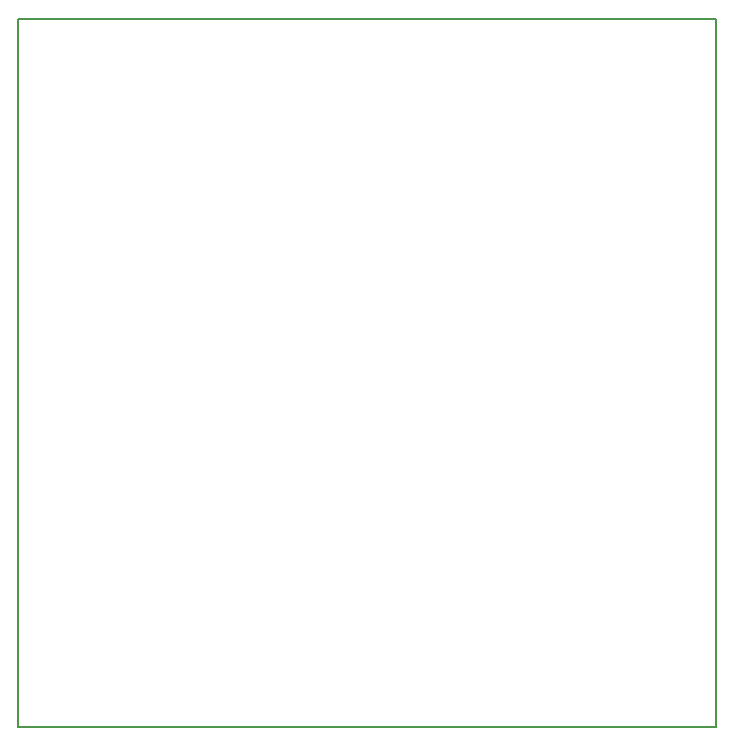
<source format=gko>
G04 #@! TF.FileFunction,Profile,NP*
%FSLAX46Y46*%
G04 Gerber Fmt 4.6, Leading zero omitted, Abs format (unit mm)*
G04 Created by KiCad (PCBNEW 4.0.0-rc1-stable) date 21.10.2016 11:20:40*
%MOMM*%
G01*
G04 APERTURE LIST*
%ADD10C,0.100000*%
%ADD11C,0.150000*%
G04 APERTURE END LIST*
D10*
D11*
X0Y-60000000D02*
X0Y0D01*
X59050000Y-60000000D02*
X0Y-60000000D01*
X59050000Y0D02*
X59050000Y-60000000D01*
X0Y0D02*
X59050000Y0D01*
M02*

</source>
